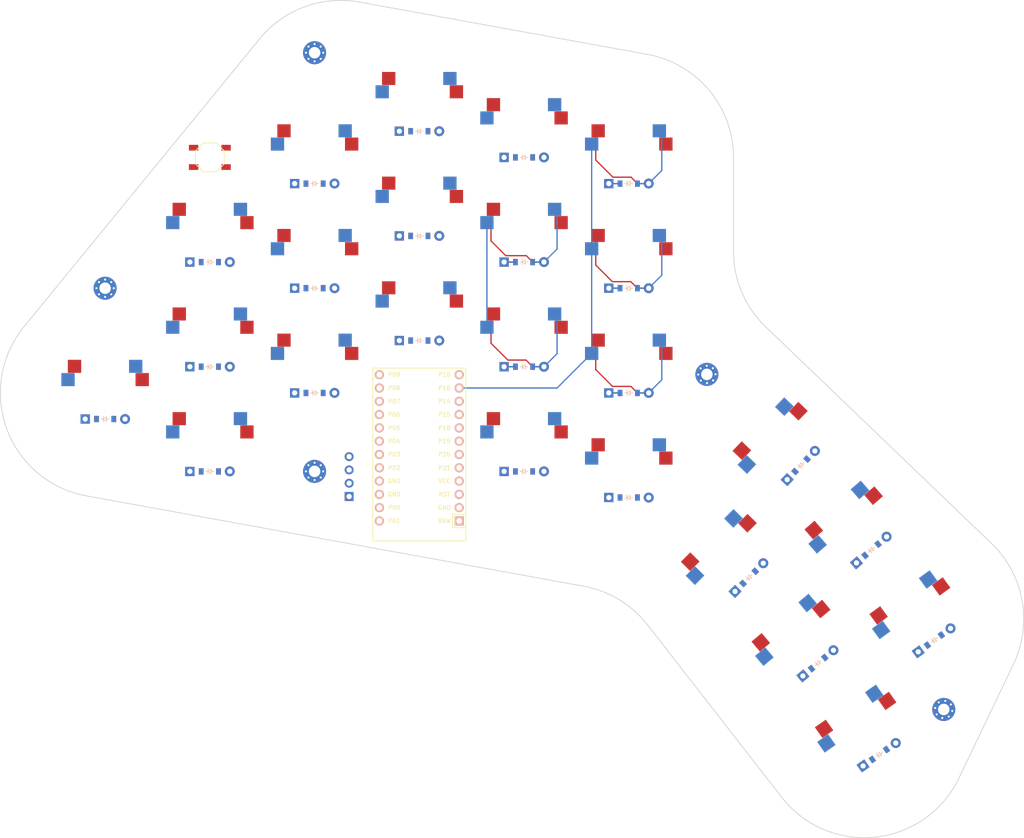
<source format=kicad_pcb>
(kicad_pcb (version 20240108) (generator "pcbnew") (generator_version "8.0")
  (title_block (title "fiano") (rev "v1.0.0") (company "Unknown"))
  (layers (0 "F.Cu" signal) (31 "B.Cu" signal) (34 "B.Paste" user) (35 "F.Paste" user) (36 "B.SilkS" user "B.Silkscreen") (37 "F.SilkS" user "F.Silkscreen") (38 "B.Mask" user) (39 "F.Mask" user) (44 "Edge.Cuts" user))
  (net 0 "")
  (net 1 "P9")
  (net 2 "prepinky_home")
  (net 3 "pinky_bottom")
  (net 4 "pinky_home")
  (net 5 "pinky_hometop")
  (net 6 "P10")
  (net 7 "ring_home")
  (net 8 "ring_hometop")
  (net 9 "ring_top")
  (net 10 "P14")
  (net 11 "middle_home")
  (net 12 "middle_hometop")
  (net 13 "middle_top")
  (net 14 "index_bottom")
  (net 15 "P15")
  (net 16 "index_home")
  (net 17 "index_hometop")
  (net 18 "index_top")
  (net 19 "inner_bottom")
  (net 20 "P16")
  (net 21 "inner_home")
  (net 22 "inner_hometop")
  (net 23 "inner_top")
  (net 24 "inner_1")
  (net 25 "inner_2")
  (net 26 "inner_3")
  (net 27 "outer_1")
  (net 28 "outer_2")
  (net 29 "outer_3")
  (net 30 "P8")
  (net 31 "P19")
  (net 32 "P20")
  (net 33 "P21")
  (net 34 "P18")
  (net 35 "RAW")
  (net 36 "GND")
  (net 37 "RST")
  (net 38 "VCC")
  (net 39 "P1")
  (net 40 "P0")
  (net 41 "P2")
  (net 42 "P3")
  (net 43 "P4")
  (net 44 "P5")
  (net 45 "P6")
  (net 46 "P7")
  (footprint "E73:SW_TACT_ALPS_SKQGABE010" (layer "F.Cu") (at 120 35)
    (property "Reference" "B1" (hide yes))
    (property "Value" "" (hide yes))
  )
  (footprint "MX" (layer "F.Cu") (at 120 90)
    (property "Reference" "S2" (hide yes))
    (property "Value" "" (hide yes))
  )
  (footprint "MX" (layer "F.Cu") (at 140 75)
    (property "Reference" "S5" (hide yes))
    (property "Value" "" (hide yes))
  )
  (footprint "MX" (layer "F.Cu") (at 200 75)
    (property "Reference" "S16" (hide yes))
    (property "Value" "" (hide yes))
  )
  (footprint "MX" (layer "F.Cu") (at 243.081611 106.208871 41)
    (property "Reference" "S23" (hide yes))
    (property "Value" "" (hide yes))
  )
  (footprint "MX" (layer "F.Cu") (at 180 30)
    (property "Reference" "S14" (hide yes))
    (property "Value" "" (hide yes))
  )
  (footprint "ComboDiode" (layer "F.Cu") (at 222.991889 115.246408 45)
    (property "Reference" "D21" (hide yes))
    (property "Value" "" (hide yes))
  )
  (footprint "ComboDiode" (layer "F.Cu") (at 180 75)
    (property "Reference" "D12" (hide yes))
    (property "Value" "" (hide yes))
  )
  (footprint "ComboDiode" (layer "F.Cu") (at 180 55)
    (property "Reference" "D13" (hide yes))
    (property "Value" "" (hide yes))
  )
  (footprint "MountingHole_2.2mm_M2_Pad_Via" (layer "F.Cu") (at 140 15)
    (property "Reference" "_1" (hide yes))
    (property "Value" "")
  )
  (footprint "ComboDiode" (layer "F.Cu") (at 246.361906 109.982419 41)
    (property "Reference" "D23" (hide yes))
    (property "Value" "" (hide yes))
  )
  (footprint "MX" (layer "F.Cu") (at 180 90)
    (property "Reference" "S11" (hide yes))
    (property "Value" "" (hide yes))
  )
  (footprint "MX" (layer "F.Cu") (at 229.304372 90.35997 46)
    (property "Reference" "S24" (hide yes))
    (property "Value" "" (hide yes))
  )
  (footprint "MX" (layer "F.Cu") (at 232.954895 127.797807 40)
    (property "Reference" "S20" (hide yes))
    (property "Value" "" (hide yes))
  )
  (footprint "ComboDiode" (layer "F.Cu") (at 160 30)
    (property "Reference" "D10" (hide yes))
    (property "Value" "" (hide yes))
  )
  (footprint "ComboDiode" (layer "F.Cu") (at 140 60)
    (property "Reference" "D6" (hide yes))
    (property "Value" "" (hide yes))
  )
  (footprint "ComboDiode" (layer "F.Cu") (at 200 80)
    (property "Reference" "D16" (hide yes))
    (property "Value" "" (hide yes))
  )
  (footprint "lib:OLED_headers" (layer "F.Cu") (at 145 90)
    (property "Reference" "OLED1" (hide yes))
    (property "Value" "OLED")
  )
  (footprint "ComboDiode" (layer "F.Cu") (at 160 50)
    (property "Reference" "D9" (hide yes))
    (property "Value" "" (hide yes))
  )
  (footprint "ComboDiode" (layer "F.Cu") (at 120 95)
    (property "Reference" "D2" (hide yes))
    (property "Value" "" (hide yes))
  )
  (footprint "MX" (layer "F.Cu") (at 245 145 35)
    (property "Reference" "S19" (hide yes))
    (property "Value" "" (hide yes))
  )
  (footprint "MX" (layer "F.Cu") (at 120 50)
    (property "Reference" "S4" (hide yes))
    (property "Value" "" (hide yes))
  )
  (footprint "ProMicro" (layer "F.Cu") (at 160 90.5 90)
    (property "Reference" "MCU1" (hide yes))
    (property "Value" "" (hide yes))
  )
  (footprint "ComboDiode" (layer "F.Cu") (at 232.901071 93.833262 46)
    (property "Reference" "D24" (hide yes))
    (property "Value" "" (hide yes))
  )
  (footprint "ComboDiode" (layer "F.Cu") (at 200 60)
    (property "Reference" "D17" (hide yes))
    (property "Value" "" (hide yes))
  )
  (footprint "ComboDiode" (layer "F.Cu") (at 140 80)
    (property "Reference" "D5" (hide yes))
    (property "Value" "" (hide yes))
  )
  (footprint "ComboDiode" (layer "F.Cu") (at 180 95)
    (property "Reference" "D11" (hide yes))
    (property "Value" "" (hide yes))
  )
  (footprint "ComboDiode" (layer "F.Cu") (at 180 35)
    (property "Reference" "D14" (hide yes))
    (property "Value" "" (hide yes))
  )
  (footprint "ComboDiode" (layer "F.Cu") (at 247.867882 149.09576 35)
    (property "Reference" "D19" (hide yes))
    (property "Value" "" (hide yes))
  )
  (footprint "MountingHole_2.2mm_M2_Pad_Via" (layer "F.Cu") (at 100 60)
    (property "Reference" "_2" (hide yes))
    (property "Value" "")
  )
  (footprint "ComboDiode" (layer "F.Cu") (at 200 40)
    (property "Reference" "D18" (hide yes))
    (property "Value" "" (hide yes))
  )
  (footprint "ComboDiode" (layer "F.Cu") (at 140 40)
    (property "Reference" "D7" (hide yes))
    (property "Value" "" (hide yes))
  )
  (footprint "MX" (layer "F.Cu") (at 200 35)
    (property "Reference" "S18" (hide yes))
    (property "Value" "" (hide yes))
  )
  (footprint "MX" (layer "F.Cu") (at 160 65)
    (property "Reference" "S8" (hide yes))
    (property "Value" "" (hide yes))
  )
  (footprint "ComboDiode" (layer "F.Cu") (at 236.168833 131.628029 40)
    (property "Reference" "D20" (hide yes))
    (property "Value" "" (hide yes))
  )
  (footprint "MX" (layer "F.Cu") (at 255.425102 123.198228 36)
    (property "Reference" "S22" (hide yes))
    (property "Value" "" (hide yes))
  )
  (footprint "MX" (layer "F.Cu") (at 140 35)
    (property "Reference" "S7" (hide yes))
    (property "Value" "" (hide yes))
  )
  (footprint "ComboDiode" (layer "F.Cu") (at 200 100)
    (property "Reference" "D15" (hide yes))
    (property "Value" "" (hide yes))
  )
  (footprint "MX" (layer "F.Cu") (at 180 70)
    (property "Reference" "S12" (hide yes))
    (property "Value" "" (hide yes))
  )
  (footprint "MX" (layer "F.Cu") (at 160 45)
    (property "Reference" "S9" (hide yes))
    (property "Value" "" (hide yes))
  )
  (footprint "MX" (layer "F.Cu") (at 100 80)
    (property "Reference" "S1" (hide yes))
    (property "Value" "" (hide yes))
  )
  (footprint "ComboDiode" (layer "F.Cu") (at 100 85)
    (property "Reference" "D1" (hide yes))
    (property "Value" "" (hide yes))
  )
  (footprint "ComboDiode" (layer "F.Cu") (at 120 75)
    (property "Reference" "D3" (hide yes))
    (property "Value" "" (hide yes))
  )
  (footprint "MX" (layer "F.Cu") (at 120 70)
    (property "Reference" "S3" (hide yes))
    (property "Value" "" (hide yes))
  )
  (footprint "MountingHole_2.2mm_M2_Pad_Via" (layer "F.Cu") (at 260.155163 140.492114 35)
    (property "Reference" "_4" (hide yes))
    (property "Value" "")
  )
  (footprint "MX" (layer "F.Cu") (at 140 55)
    (property "Reference" "S6" (hide yes))
    (property "Value" "" (hide yes))
  )
  (footprint "MX" (layer "F.Cu") (at 200 55)
    (property "Reference" "S17" (hide yes))
    (property "Value" "" (hide yes))
  )
  (footprint "MX" (layer "F.Cu") (at 160 25)
    (property "Reference" "S10" (hide yes))
    (property "Value" "" (hide yes))
  )
  (footprint "ComboDiode" (layer "F.Cu") (at 160 70)
    (property "Reference" "D8" (hide yes))
    (property "Value" "" (hide yes))
  )
  (footprint "MountingHole_2.2mm_M2_Pad_Via" (layer "F.Cu") (at 214.917576 76.466803 46)
    (property "Reference" "_5" (hide yes))
    (property "Value" "")
  )
  (footprint "MountingHole_2.2mm_M2_Pad_Via" (layer "F.Cu") (at 140 95)
    (property "Reference" "_3" (hide yes))
    (property "Value" "")
  )
  (footprint "ComboDiode" (layer "F.Cu") (at 120 55)
    (property "Reference" "D4" (hide yes))
    (property "Value" "" (hide yes))
  )
  (footprint "MX" (layer "F.Cu") (at 180 50)
    (property "Reference" "S13" (hide yes))
    (property "Value" "" (hide yes))
  )
  (footprint "ComboDiode" (layer "F.Cu") (at 258.364028 127.243313 36)
    (property "Reference" "D22" (hide yes))
    (property "Value" "" (hide yes))
  )
  (footprint "MX" (layer "F.Cu") (at 200 95)
    (property "Reference" "S15" (hide yes))
    (property "Value" "" (hide yes))
  )
  (footprint "MX" (layer "F.Cu") (at 219.456355 111.710874 45)
    (property "Reference" "S21" (hide yes))
    (property "Value" "" (hide yes))
  )
  (gr_line (start 148.577709 5.322602) (end 203.577709 15.322602) (stroke (width 0.15)) (layer "Edge.Cuts"))
  (gr_arc (start 226.1507 67.378125) (mid 221.60182 60.791735) (end 220 52.949095) (stroke (width 0.15)) (layer "Edge.Cuts"))
  (gr_arc (start 203.577709 15.322602) (mid 215.355035 22.185051) (end 220 35) (stroke (width 0.15)) (layer "Edge.Cuts"))
  (gr_line (start 220 35) (end 220 52.949095) (stroke (width 0.15)) (layer "Edge.Cuts"))
  (gr_line (start 273.468376 131.826104) (end 263.043275 153.627876) (stroke (width 0.15)) (layer "Edge.Cuts"))
  (gr_arc (start 269.274402 108.769199) (mid 275.102228 119.619024) (end 273.468376 131.826104) (stroke (width 0.15)) (layer "Edge.Cuts"))
  (gr_line (start 84.520854 67.335244) (end 129.520854 12.335244) (stroke (width 0.15)) (layer "Edge.Cuts"))
  (gr_line (start 191.386218 116.943567) (end 96.422291 99.677398) (stroke (width 0.15)) (layer "Edge.Cuts"))
  (gr_arc (start 96.422291 99.677398) (mid 81.230486 86.906905) (end 84.520854 67.335244) (stroke (width 0.15)) (layer "Edge.Cuts"))
  (gr_arc (start 129.520854 12.335244) (mid 138.093095 6.230486) (end 148.577709 5.322602) (stroke (width 0.15)) (layer "Edge.Cuts"))
  (gr_line (start 229.212956 157.278812) (end 203.595554 124.342153) (stroke (width 0.15)) (layer "Edge.Cuts"))
  (gr_line (start 226.1507 67.378124) (end 269.274401 108.769198) (stroke (width 0.15)) (layer "Edge.Cuts"))
  (gr_arc (start 191.386218 116.943566) (mid 198.173508 119.51638) (end 203.595554 124.342153) (stroke (width 0.15)) (layer "Edge.Cuts"))
  (gr_arc (start 263.043274 153.627875) (mid 247.145921 164.884541) (end 229.212956 157.278812) (stroke (width 0.15)) (layer "Edge.Cuts"))
  (segment (start 172.915 47.46) (end 172.915 67.46) (width 0.25) (layer "B.Cu") (net 15))
  (segment (start 183.81 75) (end 181.65 75) (width 0.25) (layer "F.Cu") (net 16))
  (segment (start 176.91 73.73) (end 180.38 73.73) (width 0.25) (layer "F.Cu") (net 16))
  (segment (start 180.38 73.73) (end 181.65 75) (width 0.25) (layer "F.Cu") (net 16))
  (segment (start 173.6941 65.3839) (end 173.6941 70.5141) (width 0.25) (layer "F.Cu") (net 16))
  (segment (start 173.6941 70.5141) (end 176.91 73.73) (width 0.25) (layer "F.Cu") (net 16))
  (segment (start 174.158 64.92) (end 173.6941 65.3839) (width 0.25) (layer "F.Cu") (net 16))
  (segment (start 186.3059 65.3839) (end 186.3059 72.5041) (width 0.25) (layer "B.Cu") (net 16))
  (segment (start 185.842 64.92) (end 186.3059 65.3839) (width 0.25) (layer "B.Cu") (net 16))
  (segment (start 186.3059 72.5041) (end 183.81 75) (width 0.25) (layer "B.Cu") (net 16))
  (segment (start 181.65 75) (end 183.81 75) (width 0.25) (layer "B.Cu") (net 16))
  (segment (start 180.436 53.786) (end 181.65 55) (width 0.25) (layer "F.Cu") (net 17))
  (segment (start 173.6941 50.9641) (end 176.516 53.786) (width 0.25) (layer "F.Cu") (net 17))
  (segment (start 173.6941 45.3839) (end 173.6941 50.9641) (width 0.25) (layer "F.Cu") (net 17))
  (segment (start 176.516 53.786) (end 180.436 53.786) (width 0.25) (layer "F.Cu") (net 17))
  (segment (start 181.65 55) (end 183.81 55) (width 0.25) (layer "F.Cu") (net 17))
  (segment (start 174.158 44.92) (end 173.6941 45.3839) (width 0.25) (layer "F.Cu") (net 17))
  (segment (start 186.3059 45.3839) (end 185.842 44.92) (width 0.25) (layer "B.Cu") (net 17))
  (segment (start 183.81 55) (end 186.3059 52.5041) (width 0.25) (layer "B.Cu") (net 17))
  (segment (start 183.81 55) (end 181.65 55) (width 0.25) (layer "B.Cu") (net 17))
  (segment (start 186.3059 52.5041) (end 186.3059 45.3839) (width 0.25) (layer "B.Cu") (net 17))
  (segment (start 192.915 72.46) (end 186.9 78.475) (width 0.25) (layer "B.Cu") (net 20))
  (segment (start 186.9 78.48) (end 186.31 79.07) (width 0.25) (layer "B.Cu") (net 20))
  (segment (start 192.915 72.46) (end 192.915 52.46) (width 0.25) (layer "B.Cu") (net 20))
  (segment (start 186.31 79.07) (end 167.62 79.07) (width 0.25) (layer "B.Cu") (net 20))
  (segment (start 192.915 32.46) (end 192.915 52.46) (width 0.25) (layer "B.Cu") (net 20))
  (segment (start 186.9 78.475) (end 186.9 78.48) (width 0.25) (layer "B.Cu") (net 20))
  (segment (start 200.41 78.76) (end 201.65 80) (width 0.25) (layer "F.Cu") (net 21))
  (segment (start 193.6941 70.3839) (end 193.6941 75.5541) (width 0.25) (layer "F.Cu") (net 21))
  (segment (start 201.65 80) (end 203.81 80) (width 0.25) (layer "F.Cu") (net 21))
  (segment (start 196.9 78.76) (end 200.41 78.76) (width 0.25) (layer "F.Cu") (net 21))
  (segment (start 194.158 69.92) (end 193.6941 70.3839) (width 0.25) (layer "F.Cu") (net 21))
  (segment (start 193.6941 75.5541) (end 196.9 78.76) (width 0.25) (layer "F.Cu") (net 21))
  (segment (start 206.3059 70.3839) (end 205.842 69.92) (width 0.25) (layer "B.Cu") (net 21))
  (segment (start 203.81 80) (end 206.3059 77.5041) (width 0.25) (layer "B.Cu") (net 21))
  (segment (start 206.3059 77.5041) (end 206.3059 70.3839) (width 0.25) (layer "B.Cu") (net 21))
  (segment (start 203.81 80) (end 201.65 80) (width 0.25) (layer "B.Cu") (net 21))
  (segment (start 194.158 49.92) (end 193.6941 50.3839) (width 0.25) (layer "F.Cu") (net 22))
  (segment (start 201.65 60) (end 203.81 60) (width 0.25) (layer "F.Cu") (net 22))
  (segment (start 193.6941 55.5741) (end 196.87 58.75) (width 0.25) (layer "F.Cu") (net 22))
  (segment (start 193.6941 50.3839) (end 193.6941 55.5741) (width 0.25) (layer "F.Cu") (net 22))
  (segment (start 200.4 58.75) (end 201.65 60) (width 0.25) (layer "F.Cu") (net 22))
  (segment (start 196.87 58.75) (end 200.4 58.75) (width 0.25) (layer "F.Cu") (net 22))
  (segment (start 206.3059 57.5041) (end 203.81 60) (width 0.25) (layer "B.Cu") (net 22))
  (segment (start 205.842 49.92) (end 206.3059 50.3839) (width 0.25) (layer "B.Cu") (net 22))
  (segment (start 201.65 60) (end 203.81 60) (width 0.25) (layer "B.Cu") (net 22))
  (segment (start 206.3059 50.3839) (end 206.3059 57.5041) (width 0.25) (layer "B.Cu") (net 22))
  (segment (start 194.158 29.92) (end 193.6941 30.3839) (width 0.25) (layer "F.Cu") (net 23))
  (segment (start 193.6941 35.507784) (end 196.966316 38.78) (width 0.25) (layer "F.Cu") (net 23))
  (segment (start 193.6941 30.3839) (end 193.6941 35.507784) (width 0.25) (layer "F.Cu") (net 23))
  (segment (start 201.65 40) (end 203.81 40) (width 0.25) (layer "F.Cu") (net 23))
  (segment (start 196.966316 38.78) (end 200.43 38.78) (width 0.25) (layer "F.Cu") (net 23))
  (segment (start 200.43 38.78) (end 201.65 40) (width 0.25) (layer "F.Cu") (net 23))
  (segment (start 206.3059 30.3839) (end 206.3059 37.5041) (width 0.25) (layer "B.Cu") (net 23))
  (segment (start 205.842 29.92) (end 206.3059 30.3839) (width 0.25) (layer "B.Cu") (net 23))
  (segment (start 201.65 40) (end 203.81 40) (width 0.25) (layer "B.Cu") (net 23))
  (segment (start 206.3059 37.5041) (end 203.81 40) (width 0.25) (layer "B.Cu") (net 23))
  (segment (start 178.35 75) (end 176.19 75) (width 0.25) (layer "F.Cu") (net 31))
  (segment (start 198.35 80) (end 196.19 80) (width 0.25) (layer "F.Cu") (net 31))
  (segment (start 196.19 80) (end 198.35 80) (width 0.25) (layer "B.Cu") (net 31))
  (segment (start 178.35 75) (end 176.19 75) (width 0.25) (layer "B.Cu") (net 31))
  (segment (start 176.19 55) (end 178.35 55) (width 0.25) (layer "F.Cu") (net 32))
  (segment (start 196.19 60) (end 198.35 60) (width 0.25) (layer "F.Cu") (net 32))
  (segment (start 178.35 55) (end 176.19 55) (width 0.25) (layer "B.Cu") (net 32))
  (segment (start 196.19 60) (end 198.35 60) (width 0.25) (layer "B.Cu") (net 32))
  (segment (start 196.19 40) (end 198.35 40) (width 0.25) (layer "F.Cu") (net 33))
  (segment (start 198.35 40) (end 196.19 40) (width 0.25) (layer "B.Cu") (net 33))
)
</source>
